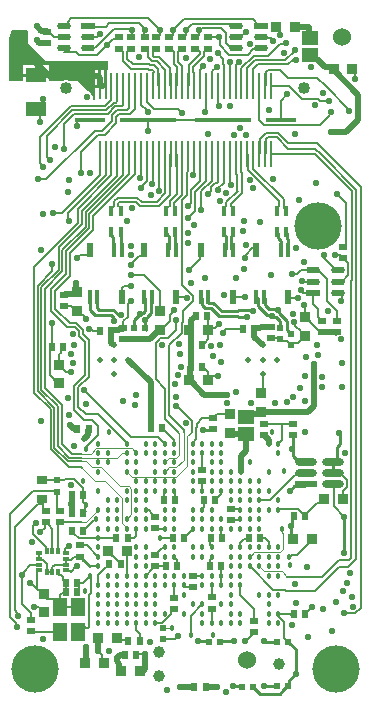
<source format=gbl>
G04*
G04 #@! TF.GenerationSoftware,Altium Limited,Altium Designer,21.0.9 (235)*
G04*
G04 Layer_Physical_Order=8*
G04 Layer_Color=14186556*
%FSLAX25Y25*%
%MOIN*%
G70*
G04*
G04 #@! TF.SameCoordinates,4C2DBE1E-8494-471D-9509-704978DB3033*
G04*
G04*
G04 #@! TF.FilePolarity,Positive*
G04*
G01*
G75*
%ADD11C,0.00700*%
%ADD18C,0.00500*%
%ADD20C,0.01000*%
%ADD28R,0.02362X0.02520*%
%ADD29R,0.02520X0.02362*%
%ADD35R,0.01968X0.02165*%
%ADD36R,0.03740X0.03347*%
%ADD41R,0.02165X0.01968*%
%ADD42R,0.03347X0.03740*%
%ADD50R,0.03543X0.02953*%
%ADD56R,0.07301X0.02410*%
G04:AMPARAMS|DCode=57|XSize=73.01mil|YSize=24.1mil|CornerRadius=12.05mil|HoleSize=0mil|Usage=FLASHONLY|Rotation=0.000|XOffset=0mil|YOffset=0mil|HoleType=Round|Shape=RoundedRectangle|*
%AMROUNDEDRECTD57*
21,1,0.07301,0.00000,0,0,0.0*
21,1,0.04891,0.02410,0,0,0.0*
1,1,0.02410,0.02445,0.00000*
1,1,0.02410,-0.02445,0.00000*
1,1,0.02410,-0.02445,0.00000*
1,1,0.02410,0.02445,0.00000*
%
%ADD57ROUNDEDRECTD57*%
%ADD98C,0.04016*%
%ADD101R,0.02600X0.02300*%
%ADD105R,0.02300X0.02600*%
%ADD110C,0.06000*%
%ADD112C,0.03937*%
%ADD115C,0.00625*%
%ADD116C,0.02000*%
%ADD117C,0.00900*%
%ADD118C,0.00400*%
%ADD120C,0.15748*%
%ADD121C,0.02200*%
%ADD122C,0.01800*%
%ADD123C,0.01968*%
%ADD124R,0.06890X0.04724*%
%ADD125R,0.01098X0.08937*%
%ADD126R,0.05339X0.04545*%
G04:AMPARAMS|DCode=127|XSize=23.23mil|YSize=13.78mil|CornerRadius=3.45mil|HoleSize=0mil|Usage=FLASHONLY|Rotation=180.000|XOffset=0mil|YOffset=0mil|HoleType=Round|Shape=RoundedRectangle|*
%AMROUNDEDRECTD127*
21,1,0.02323,0.00689,0,0,180.0*
21,1,0.01634,0.01378,0,0,180.0*
1,1,0.00689,-0.00817,0.00345*
1,1,0.00689,0.00817,0.00345*
1,1,0.00689,0.00817,-0.00345*
1,1,0.00689,-0.00817,-0.00345*
%
%ADD127ROUNDEDRECTD127*%
G04:AMPARAMS|DCode=128|XSize=23.23mil|YSize=13.78mil|CornerRadius=3.45mil|HoleSize=0mil|Usage=FLASHONLY|Rotation=270.000|XOffset=0mil|YOffset=0mil|HoleType=Round|Shape=RoundedRectangle|*
%AMROUNDEDRECTD128*
21,1,0.02323,0.00689,0,0,270.0*
21,1,0.01634,0.01378,0,0,270.0*
1,1,0.00689,-0.00345,-0.00817*
1,1,0.00689,-0.00345,0.00817*
1,1,0.00689,0.00345,0.00817*
1,1,0.00689,0.00345,-0.00817*
%
%ADD128ROUNDEDRECTD128*%
%ADD129R,0.01614X0.04724*%
%ADD130R,0.01968X0.04724*%
%ADD131R,0.04745X0.02086*%
G04:AMPARAMS|DCode=132|XSize=47.45mil|YSize=20.86mil|CornerRadius=10.43mil|HoleSize=0mil|Usage=FLASHONLY|Rotation=180.000|XOffset=0mil|YOffset=0mil|HoleType=Round|Shape=RoundedRectangle|*
%AMROUNDEDRECTD132*
21,1,0.04745,0.00000,0,0,180.0*
21,1,0.02659,0.02086,0,0,180.0*
1,1,0.02086,-0.01330,0.00000*
1,1,0.02086,0.01330,0.00000*
1,1,0.02086,0.01330,0.00000*
1,1,0.02086,-0.01330,0.00000*
%
%ADD132ROUNDEDRECTD132*%
%ADD133R,0.18504X0.01693*%
%ADD134R,0.10000X0.01693*%
%ADD135R,0.04724X0.05906*%
%ADD136R,0.01575X0.03543*%
%ADD137C,0.00450*%
G36*
X7480Y222441D02*
Y218504D01*
X13584Y212400D01*
X34252D01*
Y209661D01*
X33965D01*
Y204193D01*
X32965D01*
Y209661D01*
X31996D01*
Y204193D01*
X31496D01*
Y203693D01*
X29947D01*
Y199606D01*
X29134D01*
Y200787D01*
X28965Y200956D01*
Y201019D01*
X28691Y201680D01*
X28185Y202187D01*
X27523Y202461D01*
X27461D01*
X24016Y205906D01*
X21533D01*
X21459Y205948D01*
X20770Y206133D01*
X20057D01*
X19368Y205948D01*
X19294Y205906D01*
X14745D01*
Y207309D01*
X5855D01*
Y205906D01*
X1223D01*
Y218504D01*
X1213Y218555D01*
X1374Y220188D01*
X1866Y221808D01*
X2414Y222835D01*
X7087D01*
X7480Y222441D01*
D02*
G37*
%LPC*%
G36*
X14745Y211171D02*
X10800D01*
Y208309D01*
X14745D01*
Y211171D01*
D02*
G37*
G36*
X9800D02*
X5855D01*
Y208309D01*
X9800D01*
Y211171D01*
D02*
G37*
G36*
X30996Y209661D02*
X29947D01*
Y204693D01*
X30996D01*
Y209661D01*
D02*
G37*
%LPD*%
D11*
X24409Y22205D02*
X25575Y23370D01*
X63386Y220404D02*
X64173Y221191D01*
X73622Y218437D02*
X75326Y216732D01*
X76967D01*
X73544Y219605D02*
Y221339D01*
X73622Y218437D02*
Y219528D01*
X73544Y219605D02*
X73622Y219528D01*
X64173Y221191D02*
X64567D01*
Y222835D01*
Y222835D02*
X64973D01*
X73544Y221339D02*
X73622Y221417D01*
Y222047D01*
X64973Y222835D02*
X65723Y223585D01*
X72085D02*
X73622Y222047D01*
X65723Y223585D02*
X72085D01*
X80823Y214639D02*
X82650Y216467D01*
X84973D01*
X85238Y216732D01*
X67716Y220404D02*
X67785Y220472D01*
X71260D01*
X71441Y220291D01*
Y217968D02*
X74770Y214639D01*
X71441Y217968D02*
Y220291D01*
X74770Y214639D02*
X80823D01*
X5600Y31600D02*
X8600Y28600D01*
X5600Y31600D02*
Y41606D01*
X6110Y42331D02*
X8271Y44491D01*
X6110Y42116D02*
Y42331D01*
X5600Y41606D02*
X6110Y42116D01*
X26400Y102900D02*
X40308Y88992D01*
X17997Y111350D02*
X19320Y110026D01*
Y109829D02*
X20350Y108800D01*
X22000D01*
X17800Y111350D02*
X17997D01*
X19320Y109829D02*
Y110026D01*
X15510Y117100D02*
Y125290D01*
X15500Y125300D02*
X15510Y125290D01*
X11500Y178500D02*
X12700Y177300D01*
X11500Y178500D02*
Y187200D01*
X97423Y141517D02*
X98622Y142717D01*
X95700Y141600D02*
X95783Y141517D01*
X97423D01*
X98962Y139038D02*
X102495D01*
X102557Y138976D01*
X98900Y139100D02*
X98962Y139038D01*
X113524Y171260D02*
Y171260D01*
Y171260D02*
X115651Y169132D01*
Y139509D02*
Y169132D01*
X103150Y181634D02*
X113524Y171260D01*
X23900Y129150D02*
X25223Y127827D01*
X25773D01*
X27100Y126500D01*
X21970Y130900D02*
X22380Y130490D01*
Y130474D02*
Y130490D01*
Y130474D02*
X23703Y129150D01*
X19700Y130900D02*
X21970D01*
X23703Y129150D02*
X23900D01*
X18459Y115240D02*
Y116269D01*
X19290Y117100D01*
X17959Y114740D02*
X18459Y115240D01*
X17959Y111508D02*
Y114740D01*
X17800Y111350D02*
X17959Y111508D01*
X14940Y113517D02*
Y116529D01*
X15510Y117100D01*
X14880Y113458D02*
X14940Y113517D01*
X14880Y107970D02*
Y113458D01*
Y107970D02*
X16280Y106570D01*
Y106374D02*
Y106570D01*
Y106374D02*
X17603Y105050D01*
X17800D01*
X11500Y187200D02*
X21900Y197600D01*
X39250Y212680D02*
Y215394D01*
X38600Y215804D02*
X38840D01*
X39250Y215394D01*
X37800Y216604D02*
X38600Y215804D01*
X40650Y215394D02*
X41060Y215804D01*
X40650Y213260D02*
X42510Y211400D01*
X40650Y213260D02*
Y215394D01*
X41060Y215804D02*
X41300D01*
X42510Y211400D02*
X48087D01*
X41930Y210000D02*
X47507D01*
X39250Y212680D02*
X41930Y210000D01*
X41300Y215804D02*
X42100Y216604D01*
X49213Y204193D02*
X49412Y204392D01*
Y208636D01*
X49497Y208721D01*
X49087Y209711D02*
X49497Y209301D01*
Y208721D02*
Y209301D01*
X47507Y210000D02*
X47796Y209711D01*
X49087D01*
X50897Y208721D02*
Y209881D01*
X49667Y211111D02*
X50897Y209881D01*
X48375Y211111D02*
X49667D01*
X50982Y204392D02*
Y208636D01*
Y204392D02*
X51181Y204193D01*
X50897Y208721D02*
X50982Y208636D01*
X48087Y211400D02*
X48375Y211111D01*
X76226Y224393D02*
X77574D01*
X84343Y223724D02*
Y224714D01*
X62386Y224985D02*
X75635D01*
X76226Y224393D01*
X60236Y222835D02*
X62386Y224985D01*
X77574Y224393D02*
X77754Y224213D01*
X60236Y221191D02*
Y222835D01*
X59842Y221191D02*
X60236D01*
X59055Y220404D02*
X59842Y221191D01*
X84343Y223724D02*
X84831Y224213D01*
X85238D02*
X86026D01*
X84831D02*
X85238D01*
X59456Y226385D02*
X82672D01*
X84343Y224714D01*
X55905Y222835D02*
X59456Y226385D01*
X55905Y222835D02*
X55905Y222835D01*
Y221191D02*
Y222835D01*
X55512Y221191D02*
X55905D01*
X54724Y220404D02*
X55512Y221191D01*
X24453Y214567D02*
X30767D01*
X34100Y217900D01*
Y217958D01*
X35905Y219764D01*
X51575Y221191D02*
Y222835D01*
X51181Y221191D02*
X51575D01*
Y222835D02*
Y222860D01*
X47638Y226797D02*
X51575Y222860D01*
X50394Y220404D02*
X51181Y221191D01*
X22070Y226797D02*
X47638D01*
X20931Y225657D02*
X22070Y226797D01*
X20931Y224853D02*
Y225657D01*
X20291Y224213D02*
X20931Y224853D01*
X19486Y224213D02*
X20291D01*
X34646Y225197D02*
X44488D01*
X33465Y224016D02*
X34646Y225197D01*
X44488D02*
X46457Y223228D01*
X46310Y220551D02*
X46457Y220404D01*
X46310Y220551D02*
Y222194D01*
X27827Y224016D02*
X33465D01*
X19486Y215551D02*
X23468D01*
X27742Y216929D02*
X29659D01*
X37160Y219764D02*
X37800Y220404D01*
X35905Y219764D02*
X37160D01*
X23468Y215551D02*
X24453Y214567D01*
X41839Y223122D02*
X42126Y222835D01*
X41073Y223122D02*
X41839D01*
X42126Y220430D02*
Y222835D01*
X42100Y220404D02*
X42126Y220430D01*
X36220Y223228D02*
X40966D01*
X41073Y223122D01*
X30186Y217194D02*
X36220Y223228D01*
X29924Y217194D02*
X30186D01*
X29659Y216929D02*
X29924Y217194D01*
X27758Y220472D02*
X27895Y220610D01*
X30510D01*
X31600Y221700D01*
X10586Y196391D02*
X11442Y195536D01*
Y192158D02*
Y195536D01*
X10586Y196391D02*
X12598Y198404D01*
Y200000D01*
X17717Y49278D02*
Y58274D01*
X18173Y58730D01*
X13831D02*
X14631Y57930D01*
Y57829D02*
X15748Y56712D01*
X14631Y57829D02*
Y57930D01*
X13681Y58730D02*
X13831D01*
X15748Y49278D02*
Y56712D01*
X11700Y55500D02*
X13140Y56940D01*
Y58189D01*
X13681Y58730D01*
X12681Y64934D02*
X12731Y64884D01*
Y63330D02*
Y64884D01*
Y63330D02*
X13531Y62530D01*
X13681D01*
X17323Y65080D02*
X17373Y65030D01*
Y63330D02*
Y65030D01*
Y63330D02*
X18173Y62530D01*
X18323D01*
X17323Y65080D02*
Y68951D01*
X17240Y69034D02*
X17323Y68951D01*
X18173Y58730D02*
X25575D01*
X12681Y64934D02*
Y66059D01*
X12205Y66535D02*
X12681Y66059D01*
X24960Y147943D02*
X27515D01*
X23917Y146900D02*
X24960Y147943D01*
X23800Y146900D02*
X23917D01*
X41800Y141200D02*
X46118D01*
X47259Y140059D01*
X46260Y148305D02*
Y149567D01*
X44724Y147671D02*
X45626D01*
X41800Y144747D02*
X44724Y147671D01*
X41800Y144500D02*
Y144747D01*
X45626Y147671D02*
X46260Y148305D01*
X38868Y136900D02*
X39568Y137600D01*
X42000D01*
X98622Y142717D02*
X104288D01*
X82431Y150147D02*
X83175D01*
X83755Y149567D01*
X80208Y147925D02*
X82431Y150147D01*
X94818Y133465D02*
X97638D01*
X94385Y133898D02*
X94818Y133465D01*
X23890Y38700D02*
X25575D01*
X18056Y41262D02*
X18528D01*
X17717Y41601D02*
X18056Y41262D01*
X17717Y41601D02*
Y42073D01*
X19337Y39473D02*
X20110Y38700D01*
X19337Y39473D02*
Y40453D01*
X18528Y41262D02*
X19337Y40453D01*
X20110Y35700D02*
Y38700D01*
X8271Y44491D02*
X10961D01*
X11161Y44691D01*
X21789Y42384D02*
X21850Y42323D01*
X20674Y42384D02*
X21789D01*
X20335Y42723D02*
X20674Y42384D01*
X23622Y44094D02*
X24016D01*
X21850Y42323D02*
X23622Y44094D01*
X10768Y36476D02*
Y42384D01*
X11107Y42723D01*
X11161D01*
X19941Y48967D02*
Y49862D01*
Y48967D02*
X20280Y48628D01*
X20335D01*
X19941Y49862D02*
X20866Y50787D01*
X23890Y38700D02*
X24721Y37869D01*
Y36610D02*
Y37869D01*
X23890Y35779D02*
X24721Y36610D01*
X23890Y35700D02*
Y35779D01*
X11472Y30063D02*
X12795Y28740D01*
X11472Y30063D02*
Y30111D01*
X11062Y30521D02*
X11472Y30111D01*
X12795Y28740D02*
X12992D01*
X9719Y30521D02*
X11062D01*
X9570Y30670D02*
X9719Y30521D01*
X43790Y14900D02*
X46700D01*
X43590Y14700D02*
X43790Y14900D01*
X56540Y19783D02*
X57556Y20800D01*
X52756Y19783D02*
X56540D01*
X57556Y20800D02*
X57700D01*
X32354Y12528D02*
Y14546D01*
X31000Y15900D02*
X32354Y14546D01*
Y12528D02*
X32846Y12036D01*
X8600Y26300D02*
Y28600D01*
X8895Y22205D02*
X18110D01*
X8600Y22500D02*
X8895Y22205D01*
X80000Y19300D02*
X80271D01*
X82121Y21150D02*
Y21244D01*
X80271Y19300D02*
X82121Y21150D01*
X66251Y215394D02*
X66661Y215804D01*
X62793Y204392D02*
Y208636D01*
X66661Y215804D02*
X66917D01*
X62708Y210630D02*
X66251Y214174D01*
X64186Y215804D02*
X64441D01*
X61308Y208721D02*
Y211210D01*
X64441Y215804D02*
X64851Y215394D01*
X66251Y214174D02*
Y215394D01*
X64851Y214754D02*
Y215394D01*
X61308Y211210D02*
X64851Y214754D01*
X61223Y208636D02*
X61308Y208721D01*
X61223Y204392D02*
Y208636D01*
X62708Y208721D02*
Y210630D01*
Y208721D02*
X62793Y208636D01*
X49125Y215485D02*
X50097Y216458D01*
X46607Y216604D02*
X47725Y215485D01*
X49125Y214321D02*
Y215485D01*
X49535Y213911D02*
X51214D01*
X49125Y214321D02*
X49535Y213911D01*
X48955Y212511D02*
X50634D01*
X47725Y213742D02*
X48955Y212511D01*
X47725Y213742D02*
Y215485D01*
X51214Y213911D02*
X54834Y210291D01*
X116535Y206693D02*
Y209055D01*
X115748Y209842D02*
X116535Y209055D01*
X99590Y131306D02*
X100000Y130896D01*
X99575Y131306D02*
X99590D01*
X100000Y127165D02*
Y130896D01*
X85827Y102362D02*
Y108268D01*
X85433Y101969D02*
X85827Y102362D01*
X69291Y93622D02*
X69370D01*
X70630Y94882D02*
X74803D01*
X69370Y93622D02*
X70630Y94882D01*
X94565Y47144D02*
X95452Y48031D01*
X94564Y47144D02*
X94565D01*
X95452Y48031D02*
X97244D01*
X100842Y51630D01*
X102362Y52953D02*
Y53150D01*
X101039Y51630D02*
X102362Y52953D01*
X100842Y51630D02*
X101039D01*
X109449Y64173D02*
X112992Y60630D01*
X109449Y64173D02*
Y71261D01*
X86614Y181634D02*
X86813Y181833D01*
Y186461D01*
X87504Y187152D01*
X88583Y181634D02*
X103150D01*
X82646Y176705D02*
X92826Y166525D01*
X81078Y176293D02*
Y177020D01*
X82646Y176705D02*
Y181603D01*
X91016Y163823D02*
X91426Y164233D01*
X83410Y173961D02*
X91426Y165945D01*
X83410Y173961D02*
X83410D01*
X92826Y163653D02*
Y166525D01*
X81078Y176293D02*
X83410Y173961D01*
X91426Y164233D02*
Y165945D01*
X80908Y177190D02*
Y181435D01*
Y177190D02*
X81078Y177020D01*
X82646Y181603D02*
X82677Y181634D01*
X105372Y181391D02*
X117051Y169712D01*
X105372Y181391D02*
Y181391D01*
X103386Y183377D02*
X105372Y181391D01*
X94223Y183377D02*
X103386D01*
X90448Y187152D02*
X94223Y183377D01*
X87504Y187152D02*
X90448D01*
X93372Y91654D02*
X95115D01*
X90251Y91651D02*
X92126D01*
X93369D01*
X95829Y91898D02*
X96063Y91664D01*
X95360Y91898D02*
X95829D01*
X95115Y91654D02*
X95360Y91898D01*
X93369Y91651D02*
X93372Y91654D01*
X86221D02*
X90248D01*
X90251Y91651D01*
X37708Y165223D02*
X38118Y165633D01*
X37708Y164233D02*
X38118Y163823D01*
X38145D01*
X38583Y163386D01*
Y162402D02*
Y163386D01*
X37708Y164233D02*
Y165223D01*
X35871Y163823D02*
X35898D01*
X35433Y163386D02*
X35871Y163823D01*
X35898D02*
X36308Y164233D01*
X37538Y167033D02*
X44099D01*
X38118Y165633D02*
X43519D01*
X36308Y165803D02*
X37538Y167033D01*
X35433Y162402D02*
Y163386D01*
X36308Y164233D02*
Y165803D01*
X28325Y123228D02*
X29113Y122441D01*
X31565D01*
X27953Y123228D02*
X28325D01*
X73709Y165551D02*
X77440Y169281D01*
X73709Y164233D02*
Y165551D01*
X75109Y164971D02*
X78840Y168702D01*
X75109Y164233D02*
Y164971D01*
Y164233D02*
X75520Y163823D01*
X117051Y46676D02*
Y169712D01*
X114418Y44043D02*
X117051Y46676D01*
X115416Y47021D02*
Y139275D01*
X114670Y46275D02*
X115416Y47021D01*
X112598Y69168D02*
X113953Y70523D01*
Y72942D01*
X109647Y75197D02*
X111698D01*
X113953Y72942D01*
X112598Y66535D02*
Y69168D01*
X109253Y75197D02*
X109647D01*
X109253Y71457D02*
X109449Y71261D01*
X111261Y46275D02*
X114670D01*
X115416Y139275D02*
X115651Y139509D01*
X94898Y36039D02*
X103362D01*
X111366Y44043D01*
X114418D01*
X114251Y141069D02*
Y145355D01*
X112677Y146929D02*
X114251Y145355D01*
X112158Y138976D02*
X114251Y141069D01*
X112677Y150709D02*
X113679Y151710D01*
Y165061D01*
X112598Y146929D02*
X112677D01*
X110829Y138976D02*
X112158D01*
X109843Y148031D02*
X110114Y147760D01*
X111767D01*
X112598Y146929D01*
Y150709D02*
X112677D01*
X110630Y168110D02*
X113679Y165061D01*
X53543Y162402D02*
X53838Y162697D01*
X53981Y163823D02*
X54402D01*
X53543Y163386D02*
X53981Y163823D01*
X53543Y162402D02*
Y163386D01*
X56212Y164233D02*
X56256Y164190D01*
Y162839D02*
Y164190D01*
Y162839D02*
X56693Y162402D01*
X58856Y181435D02*
X59055Y181634D01*
X58856Y177190D02*
Y181435D01*
X58771Y177105D02*
X58856Y177190D01*
X58771Y167782D02*
Y177105D01*
X56212Y165223D02*
X58771Y167782D01*
X56212Y164233D02*
Y165223D01*
X57087Y181634D02*
X57286Y181435D01*
Y177190D02*
Y181435D01*
Y177190D02*
X57371Y177105D01*
Y168362D02*
Y177105D01*
X54812Y165803D02*
X57371Y168362D01*
X54812Y164233D02*
Y165803D01*
X54402Y163823D02*
X54812Y164233D01*
X61879Y169466D02*
X64961Y172548D01*
X61024Y164478D02*
X61879Y165333D01*
Y169466D01*
X61024Y164173D02*
Y164478D01*
X64961Y172548D02*
Y181634D01*
X65354Y162992D02*
Y169088D01*
X68898Y172631D02*
Y181634D01*
X65354Y169088D02*
X68898Y172631D01*
X78541Y181435D02*
X78740Y181634D01*
X78456Y177105D02*
X78541Y177190D01*
Y181435D01*
X78456Y175415D02*
Y177105D01*
X78840Y168702D02*
Y169861D01*
X78790Y169911D02*
Y175081D01*
Y169911D02*
X78840Y169861D01*
X78456Y175415D02*
X78790Y175081D01*
X75984Y162402D02*
Y163386D01*
X75520Y163823D02*
X75547D01*
X75984Y163386D01*
X76971Y177190D02*
Y181435D01*
Y177190D02*
X77056Y177105D01*
X76772Y181634D02*
X76971Y181435D01*
X77390Y169332D02*
Y174501D01*
Y169332D02*
X77440Y169281D01*
X77056Y174836D02*
Y177105D01*
Y174836D02*
X77390Y174501D01*
X73299Y163823D02*
X73709Y164233D01*
X73272Y163823D02*
X73299D01*
X72835Y163386D02*
X73272Y163823D01*
X72835Y162402D02*
Y163386D01*
X24803Y51102D02*
X25575D01*
X94898Y40551D02*
X105537D01*
X111261Y46275D01*
X65669Y110551D02*
Y110630D01*
Y110551D02*
X66500Y109720D01*
X66579D01*
X67490Y108809D01*
Y106526D02*
Y108809D01*
Y106526D02*
X67716Y106299D01*
X57087Y204193D02*
X57286Y204392D01*
Y208636D01*
X57371Y208721D01*
Y210411D01*
X56190Y211593D02*
X57371Y210411D01*
X56190Y211593D02*
Y215394D01*
X55780Y215804D02*
X56190Y215394D01*
X55524Y215804D02*
X55780D01*
X54724Y216604D02*
X55524Y215804D01*
X65420Y192913D02*
X72539D01*
X50884D02*
X65420D01*
X47539D02*
X50000D01*
X68898Y107480D02*
X70866D01*
X67716Y106299D02*
X68898Y107480D01*
X51181Y169291D02*
Y181634D01*
X45559Y165573D02*
X50613D01*
X44099Y167033D02*
X45559Y165573D01*
X51192Y164173D02*
X54834Y167815D01*
X44980Y164173D02*
X51192D01*
X43519Y165633D02*
X44980Y164173D01*
X50613Y165573D02*
X53434Y168394D01*
X65069Y146565D02*
Y149478D01*
X65158Y149567D01*
X61417Y142913D02*
X65069Y146565D01*
X38780Y133898D02*
X38868Y133986D01*
Y136900D01*
X54834Y208721D02*
Y210291D01*
Y208721D02*
X54919Y208636D01*
Y204392D02*
Y208636D01*
Y204392D02*
X55118Y204193D01*
X50097Y216458D02*
X50247D01*
X53434Y208721D02*
Y209711D01*
X53349Y208636D02*
X53434Y208721D01*
X50634Y212511D02*
X53434Y209711D01*
X53150Y204193D02*
X53349Y204392D01*
Y208636D01*
X11472Y35575D02*
X11535Y35512D01*
X66917Y215804D02*
X67716Y216604D01*
X63386D02*
X64186Y215804D01*
X62793Y204392D02*
X62992Y204193D01*
X61024D02*
X61223Y204392D01*
X58255Y215804D02*
X59055Y216604D01*
X58771Y208721D02*
Y210991D01*
X58856Y204392D02*
X59055Y204193D01*
X58771Y208721D02*
X58856Y208636D01*
Y204392D02*
Y208636D01*
X57590Y215394D02*
X58000Y215804D01*
X58255D01*
X57590Y212172D02*
X58771Y210991D01*
X57590Y212172D02*
Y215394D01*
X90989Y163823D02*
X91016D01*
X90551Y163386D02*
X90989Y163823D01*
X90551Y162402D02*
Y163386D01*
X80709Y181634D02*
X80908Y181435D01*
X49213Y172420D02*
Y181634D01*
X54834Y167815D02*
Y177105D01*
X53434Y168394D02*
Y177105D01*
X54919Y181435D02*
X55118Y181634D01*
X54834Y177105D02*
X54919Y177190D01*
Y181435D01*
X53150Y181634D02*
X53349Y181435D01*
Y177190D02*
X53434Y177105D01*
X53349Y177190D02*
Y181435D01*
X10768Y36476D02*
X11472Y35772D01*
Y35575D02*
Y35772D01*
X112273Y132364D02*
Y134596D01*
X110630Y125916D02*
Y129134D01*
X109827Y129937D02*
Y130024D01*
X107161Y132603D02*
Y139843D01*
Y132603D02*
X108480Y131284D01*
X109827Y129937D02*
X110630Y129134D01*
X108568Y131284D02*
X109827Y130024D01*
X108480Y131284D02*
X108568D01*
X27515Y147943D02*
X28150Y148577D01*
Y149567D01*
X72441Y122047D02*
X73622Y123228D01*
X79202D01*
X70030Y123573D02*
X71260Y124803D01*
X68455Y123573D02*
X70030D01*
X67716Y122835D02*
X68455Y123573D01*
X14085Y33159D02*
Y33947D01*
X12992Y35039D02*
X14085Y33947D01*
X18110Y30551D02*
Y31142D01*
X16098Y33154D02*
X18110Y31142D01*
X15507Y33154D02*
X16098D01*
X15502Y33159D02*
X15507Y33154D01*
X14085Y33159D02*
X15502D01*
X18110Y30551D02*
X24409D01*
X105362Y125916D02*
X105512D01*
X104562Y126716D02*
Y126866D01*
X102557Y131626D02*
X104263Y129921D01*
Y127165D02*
Y129921D01*
Y127165D02*
X104562Y126866D01*
Y126716D02*
X105362Y125916D01*
X104288Y142717D02*
X107161Y139843D01*
X102557Y131626D02*
Y135236D01*
X99410D02*
X102557D01*
X110829D02*
X111633D01*
X112273Y134596D01*
X79882Y133898D02*
X79921Y133858D01*
X75787Y133898D02*
X79882D01*
X60197D02*
X60630Y133465D01*
X56890Y133898D02*
X60197D01*
X67716Y122835D02*
Y127087D01*
X67244Y127559D02*
X67716Y127087D01*
X66579Y118626D02*
X67716Y119764D01*
X65669Y117717D02*
Y117795D01*
X66500Y118626D01*
X66579D01*
X67716Y119764D02*
Y122835D01*
D18*
X69085Y204380D02*
Y209085D01*
X68898Y204193D02*
X69085Y204380D01*
Y209085D02*
X70600Y210600D01*
X66535Y196129D02*
X66929Y196523D01*
X66535Y195669D02*
Y196129D01*
X66929Y196523D02*
Y204193D01*
X21663Y148692D02*
X29297Y156326D01*
Y160936D01*
X43307Y174946D01*
X26772Y162096D02*
X39370Y174694D01*
X26772Y157372D02*
Y162096D01*
X19100Y149700D02*
X26772Y157372D01*
X17900Y150403D02*
X25572Y158075D01*
Y162593D01*
X37321Y174342D01*
X21663Y140975D02*
Y148692D01*
X19100Y142500D02*
Y149700D01*
X17900Y142997D02*
Y150403D01*
X24372Y158572D02*
Y163348D01*
X9700Y143900D02*
X24372Y158572D01*
X9700Y102009D02*
Y143900D01*
X24372Y163348D02*
X35433Y174409D01*
X19087Y162000D02*
X31496Y174409D01*
X20900Y161845D02*
X33465Y174409D01*
X20900Y160243D02*
Y161845D01*
X50200Y118704D02*
X51181Y119685D01*
X50200Y106495D02*
Y118704D01*
Y106495D02*
X53400Y103295D01*
Y93057D02*
X57465Y88992D01*
X53400Y93057D02*
Y103295D01*
X54600Y117735D02*
X58794Y121929D01*
X54600Y94469D02*
Y117735D01*
Y94469D02*
X59449Y89621D01*
X14800Y179400D02*
Y179643D01*
X13900Y180543D02*
X14800Y179643D01*
X13900Y180543D02*
Y187590D01*
X106007Y147293D02*
Y147821D01*
Y147293D02*
X109274Y144027D01*
X106007Y147821D02*
X106169Y147983D01*
X109274Y143449D02*
X110006Y142717D01*
X110829D01*
X109274Y143449D02*
Y144027D01*
X20900Y160243D02*
X20975Y160168D01*
Y159425D02*
Y160168D01*
Y159425D02*
X21300Y159100D01*
X16563Y135875D02*
X21663Y140975D01*
X13300Y136700D02*
X19100Y142500D01*
X12100Y137197D02*
X17900Y142997D01*
X25903Y121497D02*
Y122965D01*
Y121497D02*
X27900Y119500D01*
Y107360D02*
Y119500D01*
X23705Y125162D02*
X25903Y122965D01*
X16563Y130037D02*
X21438Y125162D01*
X23705D01*
X16563Y130037D02*
Y135875D01*
X10900Y137694D02*
X15719Y142513D01*
X12100Y103003D02*
X17600Y97503D01*
X13300Y103500D02*
X18800Y98000D01*
X10900Y102506D02*
X16400Y97006D01*
X12100Y103003D02*
Y137197D01*
X13300Y103500D02*
Y136700D01*
X10900Y102506D02*
Y137694D01*
X9700Y102009D02*
X15200Y96509D01*
X15719Y142513D02*
Y144825D01*
X21900Y197600D02*
X33233D01*
X35134Y199501D01*
Y203894D01*
X35433Y204193D01*
X13900Y187590D02*
X22410Y196100D01*
X37402Y199202D02*
Y204193D01*
X33663Y196100D02*
X36247Y198685D01*
X22410Y196100D02*
X33663D01*
X36885Y198685D02*
X37402Y199202D01*
X36247Y198685D02*
X36885D01*
X17600Y84097D02*
X21401Y80296D01*
X17600Y84097D02*
Y97503D01*
X21401Y80296D02*
X25575D01*
X16400Y83600D02*
X20904Y79096D01*
X16400Y83600D02*
Y97006D01*
X15200Y83103D02*
Y96509D01*
Y83103D02*
X21138Y77165D01*
X18800Y84900D02*
Y98000D01*
Y84900D02*
X22200Y81500D01*
X31085Y94800D02*
X40551Y85334D01*
X24300Y97300D02*
X26800Y94800D01*
X31085D01*
X24300Y97300D02*
Y103760D01*
X27900Y107360D01*
X21138Y77165D02*
X25135D01*
X15800Y162000D02*
X19087D01*
X39370Y174694D02*
Y181634D01*
X20904Y79096D02*
X25575D01*
X22200Y81500D02*
X25575D01*
X25135Y77165D02*
X25575Y76725D01*
X37321Y181553D02*
X37402Y181634D01*
X37321Y174342D02*
Y181553D01*
X31496Y174409D02*
Y181634D01*
X58794Y121929D02*
Y125186D01*
X62221Y88992D02*
X62286Y89058D01*
Y92581D01*
X61035Y93832D02*
X61035D01*
X57243Y97502D02*
X57760Y96985D01*
X57882D02*
X61035Y93832D01*
X56783Y97502D02*
X57243D01*
X57760Y96985D02*
X57882D01*
X61035Y93832D02*
X62286Y92581D01*
X61024Y175734D02*
Y181634D01*
X58974Y166147D02*
X60548Y167721D01*
Y175259D01*
X61024Y175734D01*
X58974Y138020D02*
X62680Y134314D01*
X58974Y138020D02*
Y166147D01*
X59137Y125529D02*
Y129072D01*
X62680Y132615D01*
X58794Y125186D02*
X59137Y125529D01*
X62680Y132615D02*
Y134314D01*
X59449Y88992D02*
Y89621D01*
X54331Y120079D02*
X57087Y122835D01*
Y126378D01*
X51646Y120079D02*
X54331D01*
X51181Y119685D02*
X51252D01*
X51646Y120079D01*
X33465Y174409D02*
Y181634D01*
X35433Y174409D02*
Y181634D01*
X40551Y85039D02*
Y85334D01*
X43307Y174946D02*
Y181634D01*
D20*
X95200Y57500D02*
X95276Y57424D01*
X95200Y57825D02*
X95505Y58130D01*
X95276Y53937D02*
Y57424D01*
X95505Y58130D02*
Y60387D01*
X95200Y57500D02*
Y57825D01*
X109253Y75590D02*
X109647Y75197D01*
X109253Y78543D02*
X109647Y78937D01*
X64173Y19291D02*
X67815D01*
X95276Y53937D02*
X96063Y53150D01*
X112992Y48477D02*
Y60630D01*
Y48477D02*
X113044Y48425D01*
X95669Y83396D02*
X96063Y83789D01*
Y87864D01*
X95669Y83071D02*
Y83396D01*
X95899Y80911D02*
X97873Y78937D01*
X100196D01*
X95899Y80911D02*
Y82841D01*
X95669Y83071D02*
X95899Y82841D01*
X71555Y19291D02*
X76378D01*
X109253Y75590D02*
Y78543D01*
Y78937D02*
X109647D01*
X110630Y79588D02*
Y83858D01*
X109979Y78937D02*
X110630Y79588D01*
X111417Y88258D02*
Y88583D01*
Y88258D02*
X111732Y87943D01*
Y84961D02*
Y87943D01*
X110630Y83858D02*
X111732Y84961D01*
X96358Y70752D02*
X99491D01*
X100196Y71457D01*
X94898Y69291D02*
X96358Y70752D01*
X25575Y46630D02*
X28110Y44094D01*
X94291Y18898D02*
Y18996D01*
Y18799D02*
Y18898D01*
X94972Y18315D02*
X96850Y16437D01*
X94291Y18799D02*
X94776Y18315D01*
X94972D01*
X96850Y8268D02*
Y16437D01*
X94696Y4736D02*
Y6114D01*
X96850Y8268D01*
X94291Y4331D02*
X94696Y4736D01*
X92735Y2775D02*
X93709Y3748D01*
X84816Y1700D02*
X91685D01*
X94291Y4232D02*
Y4331D01*
X93807Y3748D02*
X94291Y4232D01*
X93709Y3748D02*
X93807D01*
X92735Y2751D02*
Y2775D01*
X91685Y1700D02*
X92735Y2751D01*
X83063Y3354D02*
X83161D01*
X84816Y1700D01*
X82579Y3839D02*
Y3937D01*
Y3839D02*
X83063Y3354D01*
X86221Y4331D02*
X90551D01*
X65863Y89485D02*
X65978Y89600D01*
X69049D01*
X69291Y89842D01*
X75984Y4331D02*
X78445D01*
X78839Y3937D01*
X86939Y18898D02*
X90551D01*
X86545Y19291D02*
X86939Y18898D01*
X86221Y19291D02*
X86545D01*
X95505Y60387D02*
X96142Y61024D01*
X94898Y28346D02*
X96142D01*
D28*
X25905Y55905D02*
D03*
X22126D02*
D03*
X23890Y35700D02*
D03*
X20110D02*
D03*
X23890Y38700D02*
D03*
X20110D02*
D03*
X43590Y14700D02*
D03*
X39810D02*
D03*
X67244Y127559D02*
D03*
X63465D02*
D03*
X61890Y117717D02*
D03*
X65669D02*
D03*
X61890Y110630D02*
D03*
X65669D02*
D03*
X15510Y117100D02*
D03*
X19290D02*
D03*
X22126Y61811D02*
D03*
X25905D02*
D03*
X22126Y67716D02*
D03*
X25905D02*
D03*
X66280Y66241D02*
D03*
X70060D02*
D03*
X24094Y89764D02*
D03*
X27874D02*
D03*
X59764Y53543D02*
D03*
X55984D02*
D03*
X99921Y61024D02*
D03*
X96142D02*
D03*
X48504Y90158D02*
D03*
X52284D02*
D03*
X84961Y53543D02*
D03*
X81181D02*
D03*
X99921Y28346D02*
D03*
X96142D02*
D03*
X57402Y44094D02*
D03*
X53622D02*
D03*
X68583Y53543D02*
D03*
X72362D02*
D03*
X68189Y44094D02*
D03*
X71969D02*
D03*
X37087Y53543D02*
D03*
X40866D02*
D03*
X52835Y66142D02*
D03*
X56614D02*
D03*
D29*
X112598Y146929D02*
D03*
Y150709D02*
D03*
X14095Y222362D02*
D03*
Y218583D02*
D03*
X88583Y123937D02*
D03*
Y120158D02*
D03*
X39370Y123543D02*
D03*
Y119764D02*
D03*
X19700Y134679D02*
D03*
Y130900D02*
D03*
X24803Y47323D02*
D03*
Y51102D02*
D03*
X50000Y56772D02*
D03*
Y60551D02*
D03*
X86221Y91654D02*
D03*
Y87874D02*
D03*
X69291Y93622D02*
D03*
Y89842D02*
D03*
X56299Y29921D02*
D03*
Y33701D02*
D03*
X68898Y30000D02*
D03*
Y33779D02*
D03*
X50000Y47953D02*
D03*
Y44173D02*
D03*
X62598Y40866D02*
D03*
Y37087D02*
D03*
X75197Y63307D02*
D03*
Y59527D02*
D03*
X65748Y76299D02*
D03*
Y72520D02*
D03*
D35*
X78839Y3937D02*
D03*
X82579D02*
D03*
X90551Y4331D02*
D03*
X94291D02*
D03*
X90551Y18898D02*
D03*
X94291D02*
D03*
X71555D02*
D03*
X67815D02*
D03*
D36*
X12992Y35039D02*
D03*
Y28740D02*
D03*
X100000Y127165D02*
D03*
Y120866D02*
D03*
X51575Y129134D02*
D03*
Y122835D02*
D03*
X17800Y105050D02*
D03*
Y111350D02*
D03*
X23900Y135450D02*
D03*
Y129150D02*
D03*
X74803Y94882D02*
D03*
Y88583D02*
D03*
X85433Y101969D02*
D03*
Y95669D02*
D03*
D41*
X52756Y19783D02*
D03*
Y23524D02*
D03*
X17240Y69034D02*
D03*
Y72774D02*
D03*
X91732Y119770D02*
D03*
Y123510D02*
D03*
X95276Y117900D02*
D03*
Y121640D02*
D03*
X46457Y119783D02*
D03*
Y123524D02*
D03*
X42913Y119783D02*
D03*
Y123524D02*
D03*
D42*
X109449Y209842D02*
D03*
X115748D02*
D03*
X37150Y20200D02*
D03*
X30850D02*
D03*
X32846Y12036D02*
D03*
X26546D02*
D03*
X45050Y9200D02*
D03*
X38750D02*
D03*
X40551Y49213D02*
D03*
X34252D02*
D03*
X96063Y53150D02*
D03*
X102362D02*
D03*
X67716Y122835D02*
D03*
X61417D02*
D03*
X106299Y66535D02*
D03*
X112598D02*
D03*
X61417Y106299D02*
D03*
X67716D02*
D03*
X90158Y224016D02*
D03*
X96457D02*
D03*
D50*
X12205Y72835D02*
D03*
Y66535D02*
D03*
D56*
X100196Y71457D02*
D03*
D57*
Y75197D02*
D03*
Y78937D02*
D03*
X109253D02*
D03*
Y75197D02*
D03*
Y71457D02*
D03*
D98*
X99665Y203425D02*
D03*
X20413D02*
D03*
D101*
X42100Y220404D02*
D03*
Y216604D02*
D03*
X13681Y58730D02*
D03*
Y62530D02*
D03*
X18323D02*
D03*
Y58730D02*
D03*
X46457Y220404D02*
D03*
Y216604D02*
D03*
X50394Y220404D02*
D03*
Y216604D02*
D03*
X54724D02*
D03*
Y220404D02*
D03*
X8600Y26300D02*
D03*
Y22500D02*
D03*
X96063Y91664D02*
D03*
Y87864D02*
D03*
X59055Y220404D02*
D03*
Y216604D02*
D03*
X63386Y220404D02*
D03*
Y216604D02*
D03*
X67716Y220404D02*
D03*
Y216604D02*
D03*
X37800Y220404D02*
D03*
Y216604D02*
D03*
X110630Y125916D02*
D03*
Y122116D02*
D03*
X105512Y125916D02*
D03*
Y122116D02*
D03*
X83071Y22116D02*
D03*
Y25916D02*
D03*
D105*
X38514Y44882D02*
D03*
X34714D02*
D03*
X79202Y123228D02*
D03*
X83002D02*
D03*
X35365Y122441D02*
D03*
X31565D02*
D03*
X44813Y19291D02*
D03*
X41013D02*
D03*
X66861Y3937D02*
D03*
X63061D02*
D03*
D110*
X80709Y12992D02*
D03*
X112205Y220472D02*
D03*
D112*
X91378Y11673D02*
D03*
X51378Y15673D02*
D03*
Y7673D02*
D03*
D115*
X28600Y35200D02*
Y40182D01*
X28200Y40582D02*
Y40900D01*
Y40582D02*
X28600Y40182D01*
X27900Y24000D02*
Y34500D01*
X28600Y35200D01*
X25807Y23602D02*
X27502D01*
X27900Y24000D01*
X25575Y23370D02*
X25807Y23602D01*
X21955Y46364D02*
X22913Y47323D01*
X13489Y49569D02*
X13780Y49278D01*
X9200Y55000D02*
X13489Y50711D01*
X9200Y55000D02*
Y57500D01*
X13489Y49569D02*
Y50711D01*
X9200Y57500D02*
X10400Y58700D01*
X70790Y215146D02*
X72688Y213248D01*
X72835Y204193D02*
Y211278D01*
X72688Y211425D02*
X72835Y211278D01*
X72688Y211425D02*
Y213248D01*
X74803Y204193D02*
Y212297D01*
X76772Y211146D02*
X77900Y212275D01*
X76772Y204193D02*
Y211146D01*
X77900Y212275D02*
Y212300D01*
X20400Y149215D02*
X28034Y156849D01*
Y161499D01*
X41339Y174803D01*
X20400Y141498D02*
Y149215D01*
X11100Y173100D02*
X13700D01*
X29927Y189327D01*
X40308Y88992D02*
X42095Y87205D01*
X50984D01*
X64961Y209561D02*
X66200Y210800D01*
X66500D01*
X64961Y204193D02*
Y209561D01*
X57632Y196400D02*
X58800Y195232D01*
X47244Y198856D02*
X49700Y196400D01*
X57632D01*
X58800Y195063D02*
Y195232D01*
X47244Y198856D02*
Y204193D01*
X15300Y136398D02*
X20400Y141498D01*
X41800Y132557D02*
Y132687D01*
X40776Y131533D02*
X41800Y132557D01*
X40776Y127159D02*
Y131533D01*
X24640Y120760D02*
X26638Y118763D01*
Y107883D02*
Y118763D01*
X24640Y120760D02*
Y122442D01*
X15300Y129300D02*
Y136398D01*
X20700Y123900D02*
X23182D01*
X15300Y129300D02*
X20700Y123900D01*
X23182D02*
X24640Y122442D01*
X29927Y189327D02*
X32327D01*
X19500Y191400D02*
X22275Y194175D01*
X19500Y183100D02*
Y191400D01*
X39370Y197789D02*
Y204193D01*
X36770Y197422D02*
X39004D01*
X39370Y197789D01*
X37319Y196097D02*
X40497D01*
X41339Y196939D02*
Y204193D01*
X40497Y196097D02*
X41339Y196939D01*
X37868Y194772D02*
X41672D01*
X43307Y196407D02*
Y204193D01*
X41672Y194772D02*
X43307Y196407D01*
X37098Y191898D02*
Y194002D01*
X33202Y188002D02*
X37098Y191898D01*
X31098Y188002D02*
X33202D01*
X32327Y189327D02*
X35700Y192700D01*
Y194478D01*
X22868Y194772D02*
X22872D01*
X22275Y194175D02*
Y194179D01*
X22900Y194800D02*
X34148D01*
X22872Y194772D02*
X22900Y194800D01*
X22275Y194179D02*
X22868Y194772D01*
X1575Y61579D02*
X9287Y69291D01*
X1575Y27165D02*
Y61579D01*
X12265Y72774D02*
X17240D01*
X12205Y72835D02*
X12265Y72774D01*
X9287Y69291D02*
X16983D01*
X17240Y69034D01*
X3150Y57087D02*
X10997Y64934D01*
X12681D01*
X28800Y93000D02*
X31032Y90768D01*
Y87932D02*
Y90768D01*
X27274Y84174D02*
X31032Y87932D01*
X26200Y93000D02*
X28800D01*
X23038Y96162D02*
X26200Y93000D01*
X23038Y96162D02*
Y104283D01*
X26638Y107883D01*
X27049Y83071D02*
X27274Y83296D01*
Y84174D01*
X35700Y194478D02*
X37319Y196097D01*
X37098Y194002D02*
X37868Y194772D01*
X25300Y182204D02*
X31098Y188002D01*
X47259Y140059D02*
X51575Y135743D01*
X25300Y175100D02*
Y182204D01*
X22126Y55827D02*
X22995Y54958D01*
X22126Y55827D02*
Y55905D01*
X23073Y54958D02*
X24488Y53543D01*
X22995Y54958D02*
X23073D01*
X24488Y53543D02*
X31102D01*
X25905Y55984D02*
X26774Y56853D01*
X25905Y55905D02*
Y55984D01*
X26853Y56853D02*
X29599Y59599D01*
X26774Y56853D02*
X26853D01*
X30071Y59599D02*
X30315Y59842D01*
X29599Y59599D02*
X30071D01*
X17240Y72774D02*
X19640D01*
X20238Y73372D01*
X25905Y67716D02*
Y70169D01*
X24322Y71752D02*
X25905Y70169D01*
X24322Y71752D02*
Y71973D01*
X22922Y73372D02*
X24322Y71973D01*
X20238Y73372D02*
X22922D01*
X1575Y27165D02*
X3636Y25104D01*
Y24317D02*
Y25104D01*
Y24317D02*
X3937Y24016D01*
X25575Y38700D02*
X26000D01*
X28200Y40900D01*
X11161Y46660D02*
X11518Y46303D01*
X12475D01*
X13780Y44999D01*
Y42073D02*
Y44999D01*
Y42073D02*
X15748D01*
X16514Y44691D02*
X20335D01*
X15748Y43925D02*
X16514Y44691D01*
X15748Y42073D02*
Y43925D01*
X20335Y44691D02*
Y46364D01*
X11161Y46660D02*
Y48628D01*
X20630Y46364D02*
X21955D01*
X20335Y46660D02*
X20630Y46364D01*
X22913Y47323D02*
X24882D01*
X19021Y35273D02*
X19683D01*
X20110Y35700D01*
X18189Y34441D02*
X19021Y35273D01*
X18189Y31142D02*
Y34441D01*
X37150Y20200D02*
X37730Y19620D01*
X37730D01*
X40620Y19685D02*
X41013Y19291D01*
X40620Y19685D02*
X41013Y19291D01*
X37795Y19685D02*
X40620D01*
X37730Y19620D02*
X37795Y19685D01*
X103861Y207000D02*
X106781Y204081D01*
X94400Y207000D02*
X103861D01*
X106781Y204081D02*
X106781D01*
X114746Y196115D01*
Y195783D02*
Y196115D01*
X87614Y209674D02*
X91726D01*
X94400Y207000D01*
X88583Y204193D02*
X94626D01*
X98976Y199844D01*
X104939Y199100D02*
X107900D01*
X98976Y199844D02*
X104196D01*
X104939Y199100D01*
X116675Y28488D02*
X118512Y30325D01*
Y170639D01*
X114912Y28500D02*
X114925Y28488D01*
X113100Y28500D02*
X114912D01*
X114925Y28488D02*
X116675D01*
X103968Y185183D02*
X118512Y170639D01*
X82121Y21244D02*
Y21316D01*
X82921Y22116D01*
X3150Y29469D02*
Y57087D01*
X4029Y27860D02*
Y28589D01*
Y27860D02*
X4331Y27559D01*
X3150Y29469D02*
X4029Y28589D01*
X44813Y19291D02*
Y21665D01*
X70669Y169882D02*
X72835Y172047D01*
X16232Y220472D02*
X19486D01*
X14095Y222362D02*
X14963Y221494D01*
X15211D01*
X16232Y220472D01*
X40551Y40945D02*
Y49213D01*
X8661Y38583D02*
X10768Y36476D01*
X8268Y38583D02*
X8661D01*
X104834Y191054D02*
X108360Y194580D01*
X99921Y61102D02*
X104055Y65236D01*
X104999D01*
X106299Y66535D01*
X99921Y61024D02*
Y61102D01*
X83336Y212864D02*
X93355D01*
X84252Y211417D02*
X94412D01*
X78740Y210142D02*
X82787Y214189D01*
X95872Y212877D02*
X96736D01*
X94412Y211417D02*
X95872Y212877D01*
X82787Y214189D02*
X87718D01*
X82677Y209842D02*
X84252Y211417D01*
X80709Y210236D02*
X83336Y212864D01*
X96736Y212877D02*
X96850Y212992D01*
X80709Y204193D02*
Y210236D01*
X78740Y204193D02*
Y210142D01*
X82677Y204193D02*
Y209842D01*
X89370Y219291D02*
Y219718D01*
X88468Y220193D02*
X89370Y219291D01*
X96457Y224016D02*
X97638Y225197D01*
X78435Y220472D02*
X80239Y222277D01*
X77754Y220472D02*
X78435D01*
X80239Y222277D02*
X80378D01*
X93355Y212864D02*
X96456Y215965D01*
Y216141D01*
X91732Y218203D02*
X93399D01*
X87718Y214189D02*
X91732Y218203D01*
X93399D02*
X93701Y218504D01*
X84646Y181634D02*
X84882Y181871D01*
Y186457D01*
X87008Y188583D01*
X90945D02*
X94344Y185183D01*
X87008Y188583D02*
X90945D01*
X84646Y192781D02*
Y204193D01*
X86851Y208911D02*
X87614Y209674D01*
X91791Y199272D02*
X94095Y201575D01*
X91791Y192913D02*
Y199272D01*
X86614Y204193D02*
X86851Y204430D01*
Y208911D01*
X92126Y86221D02*
Y91651D01*
X90945Y85039D02*
X92126Y86221D01*
X41339Y174803D02*
Y181634D01*
X34148Y194800D02*
X36770Y197422D01*
X32480Y204193D02*
X33465D01*
X91732Y119770D02*
X92404Y119098D01*
X91345Y120158D02*
X91732Y119770D01*
X100947Y29294D02*
X102362Y30709D01*
X100790Y29294D02*
X100947D01*
X63750Y86408D02*
Y90360D01*
X63779Y90389D02*
Y91669D01*
X65732Y93622D01*
X62598Y85256D02*
X63750Y86408D01*
Y90360D02*
X63779Y90389D01*
X62598Y85039D02*
Y85256D01*
X54300Y125363D02*
X54357D01*
X51772Y122835D02*
X54300Y125363D01*
X51575Y122835D02*
X51772D01*
X54357Y125363D02*
X54974Y125980D01*
Y127809D02*
X56299Y129134D01*
X54974Y125980D02*
Y127809D01*
X51575Y129134D02*
Y135743D01*
X72047Y37795D02*
Y40945D01*
X68189Y51349D02*
Y53150D01*
X68583Y53543D01*
X68189Y51349D02*
X68898Y50640D01*
Y50394D02*
Y50640D01*
X72047Y53858D02*
Y56693D01*
Y53858D02*
X72362Y53543D01*
X62598Y56457D02*
Y56693D01*
X59764Y53622D02*
X62598Y56457D01*
X59764Y53543D02*
Y53622D01*
X51575Y53543D02*
X55984D01*
X97661Y75197D02*
X100196D01*
X97024Y74560D02*
X97661Y75197D01*
X96607Y74560D02*
X97024D01*
X88189Y66142D02*
X96607Y74560D01*
X94344Y185183D02*
X103968D01*
X93207Y36308D02*
X93476Y36039D01*
X94898D01*
X89282Y36308D02*
X93207D01*
X81496Y44094D02*
X89282Y36308D01*
X62598Y174409D02*
Y174836D01*
X62992Y175229D02*
Y181634D01*
X62598Y174836D02*
X62992Y175229D01*
X66929Y172589D02*
Y181634D01*
X63242Y168902D02*
X66929Y172589D01*
X63242Y162454D02*
Y168902D01*
X61024Y160236D02*
X63242Y162454D01*
X68754Y170560D02*
X69991Y171798D01*
X70866Y172164D02*
Y181634D01*
X67716Y168110D02*
Y168227D01*
X68754Y169264D01*
X70500Y171798D02*
X70866Y172164D01*
X68754Y169264D02*
Y170560D01*
X69991Y171798D02*
X70500D01*
X28110Y44094D02*
X31102D01*
X24882Y47323D02*
X25575Y46630D01*
Y51102D02*
X27244D01*
X31102Y47244D01*
X43701Y22778D02*
X44813Y21665D01*
X43701Y22778D02*
Y25197D01*
X82921Y22116D02*
X83071D01*
X94070Y40551D02*
X94898D01*
X66873Y204136D02*
X66929Y204193D01*
X99921Y28346D02*
Y28425D01*
X100790Y29294D01*
X84646Y66142D02*
X88189D01*
X84646Y192781D02*
X86372Y191054D01*
X70866Y198458D02*
Y204193D01*
Y198458D02*
X71260Y198064D01*
Y197638D02*
Y198064D01*
X64886Y193447D02*
X65420Y192913D01*
X24016Y192379D02*
X24550Y192913D01*
X28287D01*
X24016Y190945D02*
Y192379D01*
X50000Y192913D02*
X50442D01*
X47244Y195855D02*
Y196063D01*
Y195855D02*
X47539Y195560D01*
X45276Y198031D02*
X47244Y196063D01*
X45276Y198031D02*
Y204193D01*
X50884Y192913D02*
X51418Y193447D01*
X98442Y122227D02*
X99803Y120866D01*
X98442Y122227D02*
Y122424D01*
X96516Y124350D02*
X98442Y122424D01*
X96215Y125421D02*
X96516Y125120D01*
X99803Y120866D02*
X100000D01*
X96516Y124350D02*
Y125120D01*
X95177Y117900D02*
X95276D01*
X93979Y119098D02*
X95177Y117900D01*
X92404Y119098D02*
X93979D01*
X95276Y117900D02*
X95947Y118572D01*
X97509D01*
X99803Y120866D01*
X45276Y170505D02*
X45779Y171008D01*
Y171207D01*
X45276Y170079D02*
Y170505D01*
X45779Y171207D02*
X47244Y172673D01*
X88583Y120158D02*
X91345D01*
X100197Y127165D02*
X101558Y125805D01*
Y125608D02*
X104212Y122953D01*
X100000Y127165D02*
X100197D01*
X101558Y125608D02*
Y125805D01*
X104212Y122953D02*
X104674D01*
X105512Y122116D01*
X91189Y63236D02*
X91889D01*
X91948Y63296D02*
X97742D01*
X90945Y62992D02*
X91189Y63236D01*
X91889D02*
X91948Y63296D01*
X97742D02*
X99053Y61985D01*
Y61892D02*
Y61985D01*
Y61892D02*
X99921Y61024D01*
X65732Y93622D02*
X69291D01*
X85433Y101969D02*
X85630D01*
X47539Y189469D02*
X47638Y189370D01*
X47539Y189469D02*
Y192913D01*
X39370Y123543D02*
Y125753D01*
X40776Y127159D01*
X92913Y20276D02*
Y25591D01*
X93620Y19668D02*
X94291Y18996D01*
X92913Y20276D02*
X93521Y19668D01*
X90945Y28346D02*
X94898D01*
X91189Y27315D02*
X92913Y25591D01*
X93521Y19668D02*
X93620D01*
X91189Y27315D02*
Y28102D01*
X90945Y28346D02*
X91189Y28102D01*
X78347Y34646D02*
X83071Y29921D01*
X78347Y34646D02*
Y37795D01*
X83071Y25916D02*
Y29921D01*
X56299Y33701D02*
Y37795D01*
X50000Y25197D02*
X50024Y25220D01*
X52375D01*
X55352Y28198D01*
Y29053D01*
X56221Y29921D01*
X56299D01*
X53152Y89210D02*
X53231D01*
X56141Y86300D01*
Y85198D02*
X56299Y85039D01*
X52284Y90079D02*
Y90158D01*
Y90079D02*
X53152Y89210D01*
X56141Y85198D02*
Y86300D01*
X50984Y87205D02*
X53150Y85039D01*
X26670Y62575D02*
X26772Y62677D01*
X25905Y61811D02*
X26670Y62575D01*
Y64465D01*
X26772Y64567D01*
X25905Y65522D02*
Y67716D01*
Y65522D02*
X26772Y64656D01*
Y64567D02*
Y64656D01*
X11535Y35512D02*
X12519D01*
X12992Y35039D01*
X74803Y171260D02*
Y181634D01*
X72835Y172047D02*
Y181634D01*
X86305Y220193D02*
X88468D01*
X86026Y220472D02*
X86305Y220193D01*
X86372Y191054D02*
X104834D01*
X71180Y197638D02*
X71260D01*
X68898Y25197D02*
Y30000D01*
X61811Y27559D02*
X65748Y31496D01*
X61811Y21260D02*
Y27559D01*
X47244Y172673D02*
Y181634D01*
X45276Y174442D02*
Y181634D01*
X44882Y174048D02*
X45276Y174442D01*
X44882Y173622D02*
Y174048D01*
X37677Y45869D02*
X38514Y45032D01*
X37595Y45869D02*
X37677D01*
X35810Y47655D02*
X37595Y45869D01*
X38514Y44882D02*
Y45032D01*
X35613Y47655D02*
X35810D01*
X34252Y49016D02*
X35613Y47655D01*
X34252Y49016D02*
Y49213D01*
X33727Y43894D02*
X33877D01*
X31102Y37795D02*
Y41270D01*
X34714Y44732D02*
Y44882D01*
X33877Y43894D02*
X34714Y44732D01*
X31102Y41270D02*
X33727Y43894D01*
X56299Y37795D02*
X56299Y37795D01*
X68898Y37795D02*
X68898Y37795D01*
Y33779D02*
Y37795D01*
X31102Y53543D02*
X37087D01*
X43701Y54331D02*
Y56693D01*
X42913Y53543D02*
X43701Y54331D01*
X40866Y53543D02*
X42913D01*
X65748Y76299D02*
Y81890D01*
Y69291D02*
Y72520D01*
X53150Y68946D02*
Y69291D01*
X52835Y66142D02*
Y68631D01*
X53150Y68946D01*
X56614Y66142D02*
Y68631D01*
X56299Y68946D02*
X56614Y68631D01*
X56299Y68946D02*
Y69291D01*
X65748Y63337D02*
X66280Y63869D01*
X65748Y62992D02*
Y63337D01*
X66280Y63869D02*
Y66241D01*
X70928Y67188D02*
X71007D01*
X71869Y68050D01*
Y69113D01*
X70060Y66241D02*
Y66319D01*
X70928Y67188D01*
X71869Y69113D02*
X72047Y69291D01*
X78001Y62992D02*
X78347D01*
X75197Y63307D02*
X77687D01*
X78001Y62992D01*
Y59842D02*
X78347D01*
X75197Y59527D02*
X77687D01*
X78001Y59842D01*
X87795Y50394D02*
Y52362D01*
X84961Y53543D02*
X85060Y53444D01*
X86713D01*
X87795Y52362D01*
X78347Y50394D02*
Y51968D01*
X80787Y53150D02*
X81181Y53543D01*
X79528Y53150D02*
X80787D01*
X78347Y51968D02*
X79528Y53150D01*
X50000Y56772D02*
X50079Y56693D01*
X53150D01*
X47803Y62748D02*
X49053Y61498D01*
X47094Y62748D02*
X47803D01*
X49921Y60551D02*
X50000D01*
X49053Y61420D02*
X49921Y60551D01*
X49053Y61420D02*
Y61498D01*
X46850Y62992D02*
X47094Y62748D01*
X71969Y41024D02*
X72047Y40945D01*
X71969Y41024D02*
Y44094D01*
X68189Y46289D02*
X68898Y46998D01*
Y47244D01*
X68189Y44094D02*
Y46289D01*
X62598Y40866D02*
X65669D01*
X65748Y40945D01*
X59695Y37795D02*
X60404Y37087D01*
X59449Y37795D02*
X59695D01*
X60404Y37087D02*
X62598D01*
X56299Y47244D02*
X57402Y46142D01*
Y44094D02*
Y46142D01*
X50079Y47953D02*
X50947Y48821D01*
Y48900D02*
X52197Y50150D01*
X52906D02*
X53150Y50394D01*
X50000Y47953D02*
X50079D01*
X50947Y48821D02*
Y48900D01*
X52197Y50150D02*
X52906D01*
X50079Y44094D02*
X53622D01*
X50000Y44173D02*
X50079Y44094D01*
X46850Y41024D02*
X49053Y43226D01*
X46850Y40945D02*
Y41024D01*
X49921Y44173D02*
X50000D01*
X49053Y43305D02*
X49921Y44173D01*
X49053Y43226D02*
Y43305D01*
D116*
X13913Y222543D02*
X14095Y222362D01*
X10500Y224100D02*
X12057Y222543D01*
X13913D01*
X19881Y134861D02*
X23311D01*
X23900Y135450D01*
X19700Y134679D02*
X19881Y134861D01*
X23638Y135711D02*
Y138462D01*
X23600Y138500D02*
X23638Y138462D01*
Y135711D02*
X23900Y135450D01*
X39370Y119764D02*
X46370D01*
X11398Y218657D02*
X14021D01*
X10600Y219400D02*
X10654D01*
X14021Y218657D02*
X14095Y218583D01*
X10654Y219400D02*
X11398Y218657D01*
X22100Y64854D02*
X22159Y64913D01*
Y67684D01*
X22123Y61814D02*
Y64777D01*
X22126Y67716D02*
X22159Y67684D01*
X22100Y64800D02*
Y64854D01*
Y64800D02*
X22123Y64777D01*
Y61814D02*
X22126Y61811D01*
X102902Y97702D02*
Y108246D01*
X100869Y95669D02*
X102902Y97702D01*
X85433Y95669D02*
X100869D01*
X30962Y15992D02*
X31054Y15900D01*
X37200Y13500D02*
X37238Y13462D01*
Y12427D02*
Y13462D01*
Y12427D02*
X38077Y11588D01*
Y9873D02*
Y11588D01*
Y9873D02*
X38750Y9200D01*
X45050D02*
X45451Y8798D01*
X45451D01*
X46700Y10047D02*
Y14900D01*
X45451Y8798D02*
X46700Y10047D01*
X37200Y13500D02*
X37254D01*
X38194Y14440D01*
X39629D01*
X39810Y14621D01*
X31054Y15900D02*
X31092D01*
X30962Y15992D02*
Y20089D01*
X30850Y20200D02*
X30962Y20089D01*
X39810Y14621D02*
Y14700D01*
X101111Y220651D02*
Y223977D01*
Y220651D02*
X101575Y220187D01*
X101073Y224016D02*
X101111Y223977D01*
X104026Y213199D02*
X106512Y210713D01*
X102847Y213199D02*
X104026D01*
X101575Y214471D02*
X102847Y213199D01*
X109449Y209646D02*
Y210039D01*
X108776Y210713D02*
X109449Y210039D01*
X106512Y210713D02*
X108776D01*
X24409Y22504D02*
X25772Y23866D01*
X24409Y22205D02*
Y22504D01*
X96457Y224016D02*
X101073D01*
X113573Y188770D02*
X117717Y192913D01*
X108455Y188770D02*
X113573D01*
X117717Y192913D02*
Y201378D01*
X109449Y209646D02*
X117717Y201378D01*
X80315Y82677D02*
Y88087D01*
X78445Y80807D02*
X80315Y82677D01*
X78445Y75689D02*
Y80807D01*
X75051Y88335D02*
X80067D01*
X80315Y88087D01*
X74803Y88583D02*
X75051Y88335D01*
X102929Y111420D02*
X102967Y111458D01*
X102902Y108246D02*
X102929Y108273D01*
Y111420D01*
X87795Y85039D02*
Y86378D01*
X86221Y87874D02*
X86299D01*
X87795Y86378D01*
X81902Y94996D02*
X84760D01*
X85433Y95669D01*
X80709Y93803D02*
X81902Y94996D01*
X14567Y207480D02*
X31045D01*
X4331Y217717D02*
X14567Y207480D01*
X31496Y204193D02*
Y207030D01*
Y204193D02*
X32480D01*
X31045Y207480D02*
X31496Y207030D01*
X51378Y122835D02*
X51575D01*
X48342Y119799D02*
X51378Y122835D01*
X46472Y119799D02*
X48342D01*
X46457Y119783D02*
X46472Y119799D01*
X61890Y110630D02*
Y117717D01*
X61709Y110449D02*
X61890Y110630D01*
X61709Y106591D02*
Y110449D01*
X61417Y106299D02*
X61709Y106591D01*
X62090Y105429D02*
X62287D01*
X61417Y106102D02*
Y106299D01*
Y106102D02*
X62090Y105429D01*
X62287D02*
X66391Y101325D01*
X74016D01*
X40945Y112992D02*
X48504Y105433D01*
Y90158D02*
Y105433D01*
X27693Y87868D02*
Y89583D01*
X27874Y89764D01*
X26403Y86577D02*
X27693Y87868D01*
X22968Y90024D02*
X23913D01*
X21654Y91339D02*
X22968Y90024D01*
X23913D02*
X24094Y89842D01*
Y89764D02*
Y89842D01*
X110480Y122116D02*
X110630D01*
X110330Y121966D02*
X110480Y122116D01*
X105512D02*
X110480D01*
X83005Y120538D02*
X85827Y117717D01*
X83002Y123228D02*
X83005Y123226D01*
Y120538D02*
Y123226D01*
X85433Y124016D02*
X88504D01*
X88583Y123937D01*
X83002Y123378D02*
X83152Y123528D01*
X83002Y123228D02*
Y123378D01*
X83152Y123528D02*
X84946D01*
X85433Y124016D01*
X63465Y127480D02*
Y127559D01*
X61417Y122835D02*
X61972Y123389D01*
Y126066D01*
X63205Y127299D01*
X63283D01*
X63465Y127480D01*
X61417Y122835D02*
X61890Y122362D01*
Y117717D02*
Y122362D01*
X46370Y119764D02*
X46390Y119783D01*
X46457D01*
X35515Y122741D02*
X37702D01*
X39189Y123362D02*
X39370Y123543D01*
X38323Y123362D02*
X39189D01*
X37702Y122741D02*
X38323Y123362D01*
X35365Y122591D02*
X35515Y122741D01*
X35365Y122441D02*
Y122591D01*
Y118572D02*
X36220Y117717D01*
X35365Y118572D02*
Y122441D01*
X66861Y3937D02*
X70472D01*
X58268D02*
X63061D01*
X26546Y12036D02*
X26772Y12262D01*
Y17323D01*
D117*
X28150Y129461D02*
Y133898D01*
Y129461D02*
X29838Y127772D01*
X30709Y130291D02*
X31428Y129572D01*
X35966D01*
X30709Y130291D02*
Y133898D01*
X84112Y131045D02*
X87345Y127813D01*
X86671Y131092D02*
X87949Y129814D01*
X84112Y131045D02*
Y133540D01*
X83755Y133898D02*
X84112Y133540D01*
X86671Y131092D02*
Y133540D01*
X86314Y133898D02*
X86671Y133540D01*
X87949Y129814D02*
X90832D01*
X88732Y127813D02*
X89230Y127315D01*
X87345Y127813D02*
X88732D01*
X94328Y149624D02*
Y153085D01*
Y149624D02*
X94385Y149567D01*
X91826D02*
X91884Y149625D01*
Y149708D01*
Y152604D01*
X90889Y153600D02*
X91884Y152604D01*
X90889Y153600D02*
Y155371D01*
X90551Y155709D02*
X90889Y155371D01*
X94037Y153376D02*
X94328Y153085D01*
X94037Y153376D02*
Y155373D01*
X93701Y155709D02*
X94037Y155373D01*
X56510Y152006D02*
Y155526D01*
X56693Y155709D01*
X53543Y155118D02*
Y155709D01*
Y155118D02*
X53937Y154724D01*
X54710Y153951D01*
Y152006D02*
Y153951D01*
X54688Y151984D02*
X54710Y152006D01*
X54688Y149924D02*
Y151984D01*
X54331Y149567D02*
X54688Y149924D01*
X56510Y152006D02*
X56533Y151984D01*
Y149924D02*
Y151984D01*
Y149924D02*
X56890Y149567D01*
X93965Y122852D02*
X95177Y121640D01*
X93965Y122852D02*
Y125762D01*
X91281Y128446D02*
X93965Y125762D01*
X91732Y123510D02*
Y125732D01*
X90149Y127315D02*
X91732Y125732D01*
X90832Y129814D02*
X91281Y129366D01*
Y128446D02*
Y129366D01*
X95177Y121640D02*
X95276D01*
X89230Y127315D02*
X90149D01*
X35966Y129572D02*
X37446Y128092D01*
X38224D01*
X38473Y127843D01*
X29838Y127772D02*
X35220D01*
X36173Y126819D01*
X38681Y149665D02*
X38780Y149567D01*
X38681Y149665D02*
Y155610D01*
X38583Y155709D02*
X38681Y155610D01*
X35790Y151984D02*
X35863Y151911D01*
Y149924D02*
Y151911D01*
Y149924D02*
X36220Y149567D01*
X35039Y155315D02*
X35433Y155709D01*
X35039Y154724D02*
Y155315D01*
Y154724D02*
X35813Y153951D01*
Y152006D02*
Y153951D01*
X35790Y151984D02*
X35813Y152006D01*
X75408D02*
Y154148D01*
X73585Y151984D02*
X73608Y152006D01*
X75408Y154148D02*
X75984Y154724D01*
X72835D02*
Y155709D01*
X75430Y149924D02*
Y151984D01*
X75408Y152006D02*
X75430Y151984D01*
X73585Y149924D02*
Y151984D01*
X73608Y152006D02*
Y153951D01*
X73228Y149567D02*
X73585Y149924D01*
X75430D02*
X75787Y149567D01*
X72835Y154724D02*
X73608Y153951D01*
X75984Y154724D02*
Y155709D01*
X46659Y126054D02*
Y126406D01*
X46558Y123625D02*
Y125953D01*
X46659Y126054D01*
X46457Y123524D02*
X46558Y123625D01*
X42913Y123524D02*
Y126378D01*
X44882Y128347D01*
X46457Y123524D02*
X46991Y122989D01*
X44882Y128347D02*
X45131Y128595D01*
X45958D01*
X46655Y129292D01*
Y130288D01*
X46617Y130326D02*
X46655Y130288D01*
X46617Y130326D02*
Y133540D01*
X48462Y130281D02*
Y133540D01*
X48455Y128547D02*
Y130274D01*
X47173Y126920D02*
Y127264D01*
X48455Y130274D02*
X48462Y130281D01*
X46659Y126406D02*
X47173Y126920D01*
Y127264D02*
X48455Y128547D01*
X48462Y133540D02*
X48819Y133898D01*
X72174Y129242D02*
X77470D01*
X82560Y129415D02*
X82759Y129216D01*
X77644Y129415D02*
X82560D01*
X77470Y129242D02*
X77644Y129415D01*
X68074Y131985D02*
X69431D01*
X77747Y127165D02*
X80709D01*
X65515Y131304D02*
X66633Y130185D01*
X69431Y131985D02*
X72174Y129242D01*
X71429Y127442D02*
X77470D01*
X68685Y130185D02*
X71429Y127442D01*
X77470D02*
X77747Y127165D01*
X66633Y130185D02*
X68685D01*
X65515Y131304D02*
Y133540D01*
X67716Y132343D02*
Y133898D01*
Y132343D02*
X68074Y131985D01*
X65158Y133898D02*
X65515Y133540D01*
X46260Y133898D02*
X46617Y133540D01*
D118*
X92700Y50028D02*
Y55000D01*
X92311Y55389D02*
Y56489D01*
X92200Y56600D02*
X92311Y56489D01*
Y55389D02*
X92700Y55000D01*
X91566Y48894D02*
X92700Y50028D01*
X87594Y48900D02*
X87600Y48894D01*
X91566D01*
X85273Y48900D02*
X87594D01*
X81500Y47300D02*
X83094Y48894D01*
X85267D01*
X85273Y48900D01*
X26840Y58730D02*
X31102Y62992D01*
X25575Y58730D02*
X26840D01*
X25575Y76725D02*
X29859Y72441D01*
X33294D01*
X25575Y79096D02*
X27004D01*
X28910Y77190D02*
X31865D01*
X27004Y79096D02*
X28910Y77190D01*
X25575Y81500D02*
X28521D01*
X30421Y83400D01*
X42191D02*
X43701Y81890D01*
X30421Y83400D02*
X42191D01*
X33294Y72441D02*
X38976Y66759D01*
X42151Y73991D02*
X57062D01*
X38976Y58565D02*
Y66759D01*
X28578Y80340D02*
X37426D01*
X28534Y80296D02*
X28578Y80340D01*
X25575Y80296D02*
X28534D01*
X60630Y87402D02*
X62221Y88992D01*
X59449Y79528D02*
Y88992D01*
X57465D02*
X58102Y88355D01*
Y81330D02*
Y88355D01*
X86245Y42495D02*
X92126D01*
X37426Y80340D02*
X38976Y81890D01*
X40551D01*
X92126Y42495D02*
X94070Y40551D01*
X53150Y78740D02*
X54724Y80315D01*
X57087D01*
X58102Y81330D01*
X57087Y77165D02*
X59449Y79528D01*
X57062Y73991D02*
X60630Y77559D01*
Y87402D01*
X53150Y75590D02*
X54724Y77165D01*
X57087D01*
X40551Y75590D02*
X42151Y73991D01*
X55413Y23524D02*
X55512Y23622D01*
X52756Y23524D02*
X55413D01*
X31865Y77190D02*
X38214Y70841D01*
X41193D02*
X42101Y69933D01*
X38214Y70841D02*
X41193D01*
X42101Y61392D02*
Y69933D01*
X40551Y59842D02*
X42101Y61392D01*
X34252Y62992D02*
X34357Y63098D01*
X37184Y66359D02*
X37402Y66142D01*
X84646Y44094D02*
X86245Y42495D01*
D120*
X110236Y9843D02*
D03*
X104331Y157480D02*
D03*
X9843Y9843D02*
D03*
D121*
X8900Y52300D02*
D03*
X64567Y222835D02*
D03*
X71260Y220472D02*
D03*
X21366Y50787D02*
D03*
X5600Y41200D02*
D03*
X95200Y57500D02*
D03*
X112200Y103900D02*
D03*
Y111900D02*
D03*
X112000Y119800D02*
D03*
X70600Y210600D02*
D03*
X66000Y210800D02*
D03*
X68300Y213200D02*
D03*
X74800Y212300D02*
D03*
X70790Y215146D02*
D03*
X77900Y212300D02*
D03*
X11100Y173100D02*
D03*
X58800Y195063D02*
D03*
X10500Y224100D02*
D03*
X12700Y177300D02*
D03*
X14800Y179400D02*
D03*
X99700Y145400D02*
D03*
X85000Y158800D02*
D03*
X106169Y147983D02*
D03*
X97000Y150100D02*
D03*
X88600Y141100D02*
D03*
X95700Y141600D02*
D03*
X98900Y139100D02*
D03*
X76900Y140200D02*
D03*
X79700Y143100D02*
D03*
X21300Y159100D02*
D03*
X41800Y132687D02*
D03*
X23600Y138500D02*
D03*
X73003Y134425D02*
D03*
X15500Y125300D02*
D03*
X105755Y103925D02*
D03*
X15719Y144825D02*
D03*
X19500Y183100D02*
D03*
X60236Y222835D02*
D03*
X55905D02*
D03*
X34100Y217900D02*
D03*
X51575Y222835D02*
D03*
X46457D02*
D03*
X10600Y219400D02*
D03*
X42126Y222835D02*
D03*
X31600Y221700D02*
D03*
X11442Y192158D02*
D03*
X12500Y161600D02*
D03*
X21251Y172851D02*
D03*
X21100Y169000D02*
D03*
X11700Y55500D02*
D03*
X10400Y58700D02*
D03*
X20925Y100200D02*
D03*
X11800Y92500D02*
D03*
X26800Y98300D02*
D03*
X26400Y102900D02*
D03*
X22800Y118000D02*
D03*
X22100Y115000D02*
D03*
X22500Y111900D02*
D03*
X22000Y108800D02*
D03*
X27100Y126500D02*
D03*
X27953Y123228D02*
D03*
X22441Y121653D02*
D03*
X12100Y149400D02*
D03*
X15800Y162000D02*
D03*
X23800Y146900D02*
D03*
X22100Y64800D02*
D03*
X42200Y163483D02*
D03*
X41800Y151000D02*
D03*
Y147900D02*
D03*
Y144500D02*
D03*
Y141200D02*
D03*
Y137600D02*
D03*
X40551Y159055D02*
D03*
X48200Y19000D02*
D03*
X25300Y175100D02*
D03*
X28400Y175200D02*
D03*
X12700Y20000D02*
D03*
X98000Y166200D02*
D03*
X89800Y98700D02*
D03*
X93800Y98800D02*
D03*
X96000Y100700D02*
D03*
X99900Y99100D02*
D03*
X9570Y30670D02*
D03*
X37200Y13500D02*
D03*
X46700Y14900D02*
D03*
X57700Y20800D02*
D03*
X31000Y15900D02*
D03*
X101793Y210399D02*
D03*
X107900Y199100D02*
D03*
X96850Y8268D02*
D03*
X113100Y28500D02*
D03*
X115800Y30600D02*
D03*
X115700Y33800D02*
D03*
X112600Y35900D02*
D03*
X108800Y22700D02*
D03*
X80000Y19300D02*
D03*
X71590Y165914D02*
D03*
X91732Y221260D02*
D03*
X81544Y218311D02*
D03*
X60236Y213654D02*
D03*
X44457Y213796D02*
D03*
X101073Y224016D02*
D03*
X116535Y206693D02*
D03*
X105905Y201969D02*
D03*
X108455Y188770D02*
D03*
X108661Y195669D02*
D03*
X99575Y131306D02*
D03*
X100766Y43722D02*
D03*
X80378Y222277D02*
D03*
X96456Y216141D02*
D03*
X96850Y212992D02*
D03*
X93701Y218504D02*
D03*
X92886Y215382D02*
D03*
X81496Y172835D02*
D03*
X89370Y173301D02*
D03*
X114746Y195783D02*
D03*
X94095Y201575D02*
D03*
X103321Y197730D02*
D03*
X105702Y107087D02*
D03*
X100102Y107663D02*
D03*
X98277Y103395D02*
D03*
X81934Y98469D02*
D03*
X8268Y38583D02*
D03*
X4331Y217717D02*
D03*
Y211417D02*
D03*
Y214567D02*
D03*
X12598Y200000D02*
D03*
X27165Y200661D02*
D03*
X16535Y183858D02*
D03*
X111811Y132677D02*
D03*
X102362Y30709D02*
D03*
X95669Y24409D02*
D03*
X57874Y118110D02*
D03*
X58268Y114961D02*
D03*
X52250Y117784D02*
D03*
X79465Y159055D02*
D03*
X78347Y190354D02*
D03*
X76378Y187992D02*
D03*
X80315D02*
D03*
X113044Y48425D02*
D03*
X112992Y60630D02*
D03*
X109843Y148031D02*
D03*
X62598Y174409D02*
D03*
X67716Y168110D02*
D03*
X73601Y168597D02*
D03*
X75197Y171260D02*
D03*
X65863Y89485D02*
D03*
X47539Y195560D02*
D03*
X74016Y101325D02*
D03*
X76772Y102362D02*
D03*
X96215Y125421D02*
D03*
X113266Y81890D02*
D03*
X70866Y107480D02*
D03*
X57480Y107874D02*
D03*
X105905Y29921D02*
D03*
X87795Y196063D02*
D03*
X48701Y167723D02*
D03*
X51181Y169291D02*
D03*
X48962Y171403D02*
D03*
X45276Y170079D02*
D03*
X21654Y91339D02*
D03*
X21260Y94488D02*
D03*
X96063Y128347D02*
D03*
X86221Y4331D02*
D03*
X61024Y152022D02*
D03*
X61811Y138583D02*
D03*
X61417Y142913D02*
D03*
X24016Y190945D02*
D03*
X47638Y189370D02*
D03*
X110630Y168110D02*
D03*
X82677Y170079D02*
D03*
X56331Y129528D02*
D03*
X57087Y126378D02*
D03*
X73555Y2322D02*
D03*
X53937Y2756D02*
D03*
X111417Y88583D02*
D03*
X79134Y155905D02*
D03*
X80315Y151181D02*
D03*
X79921Y146850D02*
D03*
X65354Y162992D02*
D03*
X61024Y155118D02*
D03*
X62992Y157874D02*
D03*
X70866Y169685D02*
D03*
X102967Y111458D02*
D03*
X89370Y219291D02*
D03*
X96457Y188189D02*
D03*
X71260Y197638D02*
D03*
X74803D02*
D03*
X66535Y195669D02*
D03*
X61024Y164173D02*
D03*
Y160236D02*
D03*
X44882Y173622D02*
D03*
X26772Y17323D02*
D03*
X3937Y24016D02*
D03*
X4331Y27559D02*
D03*
X43701Y101181D02*
D03*
X43307Y98032D02*
D03*
X91032Y129614D02*
D03*
X88981Y127564D02*
D03*
X56693Y104724D02*
D03*
X39370Y99213D02*
D03*
X22835Y84252D02*
D03*
X22047Y71260D02*
D03*
X74016Y98425D02*
D03*
X95669Y83071D02*
D03*
X97638Y133465D02*
D03*
X114800Y41893D02*
D03*
X113779Y38583D02*
D03*
X94898Y69291D02*
D03*
X72441Y122047D02*
D03*
X71260Y124803D02*
D03*
X100787Y20472D02*
D03*
X34646Y15748D02*
D03*
X99980Y88728D02*
D03*
X96457Y38189D02*
D03*
X56783Y97502D02*
D03*
X57008Y100394D02*
D03*
X58661Y110630D02*
D03*
X24016Y44094D02*
D03*
X107677Y129134D02*
D03*
X60236Y91732D02*
D03*
X71653Y117717D02*
D03*
X68650Y117601D02*
D03*
X66535Y140157D02*
D03*
X75984Y4331D02*
D03*
X70472Y3937D02*
D03*
X58268D02*
D03*
X64173Y19291D02*
D03*
X76378D02*
D03*
X86221D02*
D03*
X110236Y32283D02*
D03*
X96850Y31890D02*
D03*
X98713Y136158D02*
D03*
X67716Y188189D02*
D03*
X103543Y172047D02*
D03*
X79921Y133858D02*
D03*
X60630Y133465D02*
D03*
X100394Y113779D02*
D03*
X104331Y114567D02*
D03*
X103937Y117717D02*
D03*
X46659Y126054D02*
D03*
X80709Y127165D02*
D03*
X82759Y129216D02*
D03*
X38473Y127843D02*
D03*
X36422Y125792D02*
D03*
X44882Y128347D02*
D03*
X72047Y112205D02*
D03*
X69291Y114173D02*
D03*
D122*
X37402Y31496D02*
D03*
Y34646D02*
D03*
X81500Y47300D02*
D03*
X92200Y56600D02*
D03*
X34252Y34646D02*
D03*
Y31496D02*
D03*
X31102Y34646D02*
D03*
Y31496D02*
D03*
X34252Y25197D02*
D03*
Y28346D02*
D03*
X93100Y75834D02*
D03*
X26600Y36000D02*
D03*
X28200Y40900D02*
D03*
X34252Y40945D02*
D03*
X94564Y47144D02*
D03*
X88976Y88976D02*
D03*
X78445Y75689D02*
D03*
X26403Y86577D02*
D03*
X27049Y83071D02*
D03*
X26772Y64567D02*
D03*
X55512Y23622D02*
D03*
X25984Y72441D02*
D03*
X61811Y21260D02*
D03*
X69291D02*
D03*
X34646Y88976D02*
D03*
X37402Y66142D02*
D03*
X94882Y44488D02*
D03*
X87795Y75590D02*
D03*
X84646Y72441D02*
D03*
X59449Y28346D02*
D03*
X31102Y81890D02*
D03*
X30315Y59842D02*
D03*
X31102Y47244D02*
D03*
Y44094D02*
D03*
X68898Y25197D02*
D03*
X31102Y53543D02*
D03*
X65748Y81890D02*
D03*
X51575Y53543D02*
D03*
X90945Y85039D02*
D03*
X31102D02*
D03*
X90945Y25197D02*
D03*
X31102D02*
D03*
X87795Y85039D02*
D03*
X90945Y81890D02*
D03*
Y28346D02*
D03*
X87795Y25197D02*
D03*
X31102Y28346D02*
D03*
Y78740D02*
D03*
X37402Y25197D02*
D03*
X34252Y81890D02*
D03*
X87795Y28346D02*
D03*
X40551Y85039D02*
D03*
X90945Y34646D02*
D03*
X31102Y75590D02*
D03*
X40551Y25197D02*
D03*
X34252Y78740D02*
D03*
X87795Y31496D02*
D03*
X37402Y28346D02*
D03*
X78347Y25197D02*
D03*
X31102Y37795D02*
D03*
X43701Y25197D02*
D03*
X81496Y78740D02*
D03*
X40551Y81890D02*
D03*
X87795Y34646D02*
D03*
X40551Y28346D02*
D03*
X46850Y85039D02*
D03*
X90945Y40945D02*
D03*
X31102Y69291D02*
D03*
X75197Y25197D02*
D03*
X46850D02*
D03*
X72047Y85039D02*
D03*
X90945Y66142D02*
D03*
X50000Y85039D02*
D03*
X90945Y44094D02*
D03*
X72047Y25197D02*
D03*
X50000D02*
D03*
X43701Y81890D02*
D03*
X78347Y28346D02*
D03*
X34252Y37795D02*
D03*
X43701Y28346D02*
D03*
X68898Y85039D02*
D03*
X53150D02*
D03*
X90945Y62992D02*
D03*
Y47244D02*
D03*
X40551Y78740D02*
D03*
X31102Y62992D02*
D03*
X84646Y34646D02*
D03*
X53150Y28346D02*
D03*
X40551Y31496D02*
D03*
X65748Y85039D02*
D03*
X56299D02*
D03*
X90945Y50394D02*
D03*
X31102D02*
D03*
X65748Y25197D02*
D03*
X62598Y85039D02*
D03*
X31102Y56693D02*
D03*
X87795Y69291D02*
D03*
X46850Y81890D02*
D03*
X87795Y40945D02*
D03*
X75197Y28346D02*
D03*
X46850D02*
D03*
X43701Y78740D02*
D03*
X37402Y37795D02*
D03*
X43701Y31496D02*
D03*
X72047Y81890D02*
D03*
X50000D02*
D03*
X87795Y44094D02*
D03*
X34252Y66142D02*
D03*
X50000Y28346D02*
D03*
X40551Y75590D02*
D03*
Y34646D02*
D03*
X68898Y81890D02*
D03*
X53150D02*
D03*
X87795Y62992D02*
D03*
Y47244D02*
D03*
X34252Y62992D02*
D03*
X56299Y81890D02*
D03*
X84646Y69291D02*
D03*
X87795Y50394D02*
D03*
X34252Y59842D02*
D03*
X75197Y31496D02*
D03*
X65748Y28346D02*
D03*
X37402Y40945D02*
D03*
X46850Y31496D02*
D03*
X62598Y81890D02*
D03*
X34252Y56693D02*
D03*
X81496Y72441D02*
D03*
X43701Y75590D02*
D03*
X40551Y37795D02*
D03*
X43701Y34646D02*
D03*
X72047Y78740D02*
D03*
X84646Y66142D02*
D03*
X50000Y78740D02*
D03*
X84646Y44094D02*
D03*
X72047Y31496D02*
D03*
X50000D02*
D03*
X68898Y78740D02*
D03*
X84646Y62992D02*
D03*
X53150Y78740D02*
D03*
X84646Y47244D02*
D03*
X37402Y62992D02*
D03*
X75197Y75590D02*
D03*
X81496Y69291D02*
D03*
X40551D02*
D03*
X75197Y34646D02*
D03*
X40551Y40945D02*
D03*
X46850Y34646D02*
D03*
X78347Y72441D02*
D03*
X84646Y59842D02*
D03*
X56299Y78740D02*
D03*
X43701Y72441D02*
D03*
X84646Y50394D02*
D03*
X78347Y37795D02*
D03*
X37402Y59842D02*
D03*
X65748Y31496D02*
D03*
X43701Y37795D02*
D03*
X62598Y78740D02*
D03*
X84646Y56693D02*
D03*
X37402D02*
D03*
X62598Y31496D02*
D03*
X72047Y75590D02*
D03*
X81496Y66142D02*
D03*
X50000Y75590D02*
D03*
X81496Y44094D02*
D03*
X40551Y66142D02*
D03*
X50000Y34646D02*
D03*
X75197Y72441D02*
D03*
X78347Y69291D02*
D03*
X46850Y72441D02*
D03*
X43701Y69291D02*
D03*
X78347Y40945D02*
D03*
X75197Y37795D02*
D03*
X43701Y40945D02*
D03*
X46850Y37795D02*
D03*
X68898Y75590D02*
D03*
X53150D02*
D03*
X81496Y62992D02*
D03*
X56299Y75590D02*
D03*
X81496Y59842D02*
D03*
Y50394D02*
D03*
X40551Y59842D02*
D03*
X62598Y75590D02*
D03*
X81496Y56693D02*
D03*
X40551D02*
D03*
X59449Y34646D02*
D03*
X72047Y72441D02*
D03*
X78347Y66142D02*
D03*
X50000Y72441D02*
D03*
X78347Y44094D02*
D03*
X43701Y66142D02*
D03*
X72047Y37795D02*
D03*
X43701Y44094D02*
D03*
X50000Y37795D02*
D03*
X75197Y69291D02*
D03*
X46850D02*
D03*
X75197Y40945D02*
D03*
X46850D02*
D03*
X68898Y72441D02*
D03*
X78347Y62992D02*
D03*
X53150Y72441D02*
D03*
X78347Y47244D02*
D03*
X43701Y62992D02*
D03*
X68898Y37795D02*
D03*
X43701Y47244D02*
D03*
X53150Y37795D02*
D03*
X78347Y59842D02*
D03*
X56299Y72441D02*
D03*
X78347Y50394D02*
D03*
X43701Y59842D02*
D03*
X65748Y37795D02*
D03*
X43701Y50394D02*
D03*
X56299Y37795D02*
D03*
X72047Y69291D02*
D03*
X75197Y66142D02*
D03*
X62598Y72441D02*
D03*
X50000Y69291D02*
D03*
X78347Y56693D02*
D03*
X75197Y44094D02*
D03*
X46850Y66142D02*
D03*
X72047Y40945D02*
D03*
X43701Y56693D02*
D03*
X46850Y44094D02*
D03*
X50000Y40945D02*
D03*
X59449Y37795D02*
D03*
X68898Y69291D02*
D03*
X53150D02*
D03*
X72047Y59842D02*
D03*
X75197Y47244D02*
D03*
X46850Y62992D02*
D03*
X68898Y40945D02*
D03*
X46850Y47244D02*
D03*
X53150Y40945D02*
D03*
X65748Y69291D02*
D03*
X72047Y56693D02*
D03*
X56299Y69291D02*
D03*
X75197Y50394D02*
D03*
X46850Y59842D02*
D03*
X65748Y40945D02*
D03*
X46850Y50394D02*
D03*
X56299Y40945D02*
D03*
X62598Y69291D02*
D03*
X75197Y56693D02*
D03*
X46850D02*
D03*
X59449Y40945D02*
D03*
X68898Y62992D02*
D03*
X53150D02*
D03*
X68898Y47244D02*
D03*
X53150D02*
D03*
X65748Y62992D02*
D03*
X68898Y59842D02*
D03*
X56299Y62992D02*
D03*
X68898Y50394D02*
D03*
X53150Y59842D02*
D03*
X65748Y47244D02*
D03*
X53150Y50394D02*
D03*
X56299Y47244D02*
D03*
X62598Y62992D02*
D03*
X68898Y56693D02*
D03*
X53150D02*
D03*
X62598Y47244D02*
D03*
X65748Y59842D02*
D03*
X56299D02*
D03*
X65748Y50394D02*
D03*
X56299D02*
D03*
X62598Y59842D02*
D03*
X65748Y56693D02*
D03*
X56299D02*
D03*
X62598Y50394D02*
D03*
Y56693D02*
D03*
D123*
X81102Y112992D02*
D03*
X90551D02*
D03*
X85827Y117717D02*
D03*
Y112992D02*
D03*
Y108268D02*
D03*
X31496Y112992D02*
D03*
X40945D02*
D03*
X36220Y117717D02*
D03*
Y112992D02*
D03*
Y108268D02*
D03*
D124*
X10300Y207809D02*
D03*
Y196391D02*
D03*
D125*
X88583Y181634D02*
D03*
X86614D02*
D03*
X84646D02*
D03*
Y204193D02*
D03*
X82677D02*
D03*
X86614D02*
D03*
X78740D02*
D03*
X76772D02*
D03*
X80709D02*
D03*
X88583D02*
D03*
X66929D02*
D03*
X64961D02*
D03*
X68898D02*
D03*
X61024D02*
D03*
X59055D02*
D03*
X62992D02*
D03*
X72835D02*
D03*
X70866D02*
D03*
X74803D02*
D03*
X78740Y181634D02*
D03*
X80709D02*
D03*
X82677D02*
D03*
X64961D02*
D03*
X62992D02*
D03*
X66929D02*
D03*
X59055D02*
D03*
X57087D02*
D03*
X61024D02*
D03*
X74803D02*
D03*
X72835D02*
D03*
X76772D02*
D03*
X68898D02*
D03*
X70866D02*
D03*
X49213Y204193D02*
D03*
X47244D02*
D03*
X51181D02*
D03*
X45276D02*
D03*
X55118D02*
D03*
X53150D02*
D03*
X57087D02*
D03*
X39370D02*
D03*
X37402D02*
D03*
X41339D02*
D03*
X33465D02*
D03*
X31496D02*
D03*
X35433D02*
D03*
X43307D02*
D03*
X49213Y181634D02*
D03*
X47244D02*
D03*
X51181D02*
D03*
X43307D02*
D03*
X45276D02*
D03*
X53150D02*
D03*
X55118D02*
D03*
X31496D02*
D03*
X33465D02*
D03*
X39370D02*
D03*
X37402D02*
D03*
X41339D02*
D03*
X35433D02*
D03*
D126*
X101575Y220187D02*
D03*
Y214471D02*
D03*
X80315Y88087D02*
D03*
Y93803D02*
D03*
D127*
X20335Y44691D02*
D03*
Y48628D02*
D03*
Y46660D02*
D03*
Y42723D02*
D03*
X11161Y48628D02*
D03*
Y46660D02*
D03*
Y44691D02*
D03*
Y42723D02*
D03*
D128*
X15748Y49278D02*
D03*
X17717D02*
D03*
Y42073D02*
D03*
X15748D02*
D03*
X13780Y49278D02*
D03*
Y42073D02*
D03*
D129*
X73228Y149567D02*
D03*
X75787D02*
D03*
X67716Y133898D02*
D03*
X65158D02*
D03*
X91826Y149567D02*
D03*
X94385D02*
D03*
X86314Y133898D02*
D03*
X83755D02*
D03*
X56890Y149567D02*
D03*
X54331D02*
D03*
X46260Y133898D02*
D03*
X48819D02*
D03*
X38780Y149567D02*
D03*
X36220D02*
D03*
X28150Y133898D02*
D03*
X30709D02*
D03*
D130*
X75787D02*
D03*
X65158Y149567D02*
D03*
X94385Y133898D02*
D03*
X83755Y149567D02*
D03*
X46260D02*
D03*
X56890Y133898D02*
D03*
X28150Y149567D02*
D03*
X38780Y133898D02*
D03*
D131*
X27758Y224213D02*
D03*
X85238D02*
D03*
X102557Y135236D02*
D03*
D132*
X27758Y216732D02*
D03*
Y220472D02*
D03*
X19486D02*
D03*
Y224213D02*
D03*
Y216732D02*
D03*
X85238D02*
D03*
Y220472D02*
D03*
X76967D02*
D03*
Y224213D02*
D03*
Y216732D02*
D03*
X102557Y138976D02*
D03*
Y142717D02*
D03*
X110829D02*
D03*
Y138976D02*
D03*
Y135236D02*
D03*
D133*
X72539Y192913D02*
D03*
X47539D02*
D03*
D134*
X91791D02*
D03*
X28287D02*
D03*
D135*
X24409Y30551D02*
D03*
X18110D02*
D03*
Y22205D02*
D03*
X24409D02*
D03*
D136*
X75984Y155709D02*
D03*
Y162402D02*
D03*
X72835D02*
D03*
Y155709D02*
D03*
X90551D02*
D03*
Y162402D02*
D03*
X93701D02*
D03*
Y155709D02*
D03*
X38583D02*
D03*
Y162402D02*
D03*
X35433D02*
D03*
Y155709D02*
D03*
X53543D02*
D03*
Y162402D02*
D03*
X56693D02*
D03*
Y155709D02*
D03*
D137*
X38976Y58565D02*
X40551Y56990D01*
Y56693D02*
Y56990D01*
M02*

</source>
